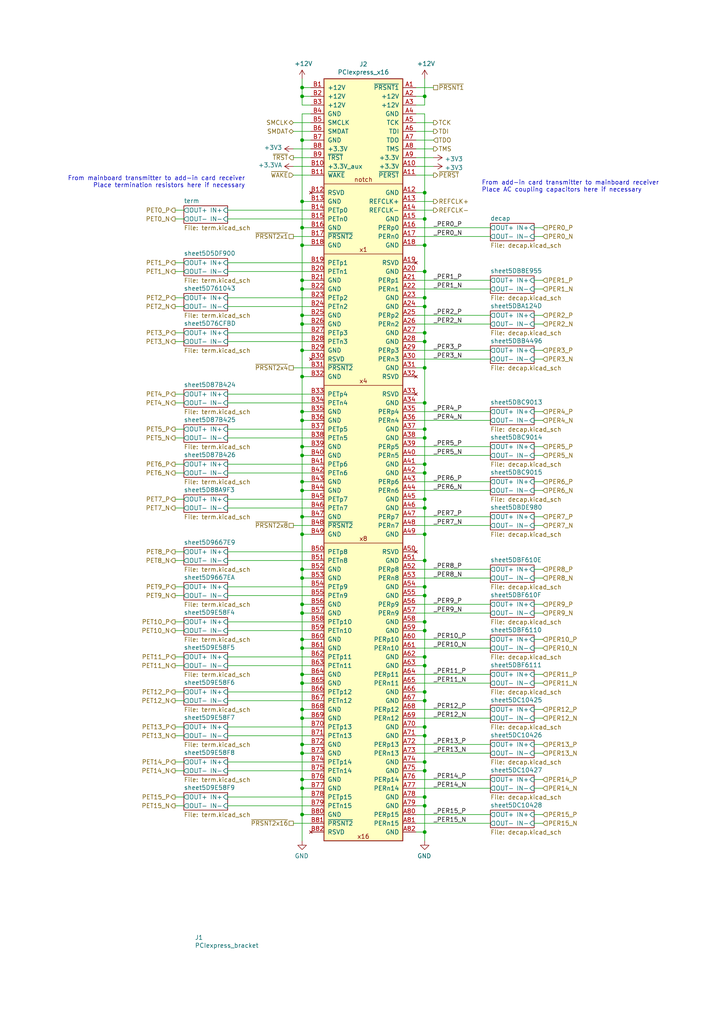
<source format=kicad_sch>
(kicad_sch (version 20211123) (generator eeschema)
  (paper "A4" portrait)
  (title_block (title "PCIexpress_x16_half") (company "Author: Luca Anastasio"))
  (lib_symbols
    (symbol "PCIexpress:PCIexpress_bracket" (pin_names (offset 1.016))
      (property "Reference" "J" (at 0 0 0))
      (property "Value" "PCIexpress_bracket" (at 0 0 0))
    )
    (symbol "PCIexpress:PCIexpress_x16" (pin_names (offset 1.016))
      (property "Reference" "J" (at 0 3.81 0))
      (property "Value" "PCIexpress_x16" (at 0 1.27 0))
      (symbol "PCIexpress_x16_0_0"
        (polyline (pts (xy 11.43 -134.62) (xy -11.43 -134.62)))
        (polyline (pts (xy 11.43 -88.9) (xy -11.43 -88.9)))
        (text "x16" (at 0 -219.71 0) (effects (font (size 1.27 1.27))))
        (text "x4" (at 0 -87.63 0) (effects (font (size 1.27 1.27))))
        (text "x8" (at 0 -133.35 0) (effects (font (size 1.27 1.27))))
      )
      (symbol "PCIexpress_x16_1_1"
        (polyline (pts (xy 11.43 -50.8) (xy -11.43 -50.8)))
        (polyline (pts (xy 11.43 -30.48) (xy -11.43 -30.48)))
        (rectangle (start 11.43 0) (end -11.43 -220.98) (stroke (width 0.254)) (fill (type background)))
        (text "notch" (at 0 -29.21 0) (effects (font (size 1.27 1.27))))
        (text "x1" (at 0 -49.53 0) (effects (font (size 1.27 1.27))))
        (pin passive line (at 15.24 -2.54 180) (length 3.81) (name "~{PRSNT1}") (number "A1"))
        (pin power_out line (at 15.24 -25.4 180) (length 3.81) (name "+3.3V") (number "A10"))
        (pin output line (at 15.24 -27.94 180) (length 3.81) (name "~{PERST}") (number "A11"))
        (pin power_out line (at 15.24 -33.02 180) (length 3.81) (name "GND") (number "A12"))
        (pin output line (at 15.24 -35.56 180) (length 3.81) (name "REFCLK+") (number "A13"))
        (pin output line (at 15.24 -38.1 180) (length 3.81) (name "REFCLK-") (number "A14"))
        (pin power_out line (at 15.24 -40.64 180) (length 3.81) (name "GND") (number "A15"))
        (pin input line (at 15.24 -43.18 180) (length 3.81) (name "PERp0") (number "A16"))
        (pin input line (at 15.24 -45.72 180) (length 3.81) (name "PERn0") (number "A17"))
        (pin power_out line (at 15.24 -48.26 180) (length 3.81) (name "GND") (number "A18"))
        (pin no_connect line (at 15.24 -53.34 180) (length 3.81) (name "RSVD") (number "A19"))
        (pin power_out line (at 15.24 -5.08 180) (length 3.81) (name "+12V") (number "A2"))
        (pin power_out line (at 15.24 -55.88 180) (length 3.81) (name "GND") (number "A20"))
        (pin input line (at 15.24 -58.42 180) (length 3.81) (name "PERp1") (number "A21"))
        (pin input line (at 15.24 -60.96 180) (length 3.81) (name "PERn1") (number "A22"))
        (pin power_out line (at 15.24 -63.5 180) (length 3.81) (name "GND") (number "A23"))
        (pin power_out line (at 15.24 -66.04 180) (length 3.81) (name "GND") (number "A24"))
        (pin input line (at 15.24 -68.58 180) (length 3.81) (name "PERp2") (number "A25"))
        (pin input line (at 15.24 -71.12 180) (length 3.81) (name "PERn2") (number "A26"))
        (pin power_out line (at 15.24 -73.66 180) (length 3.81) (name "GND") (number "A27"))
        (pin power_out line (at 15.24 -76.2 180) (length 3.81) (name "GND") (number "A28"))
        (pin input line (at 15.24 -78.74 180) (length 3.81) (name "PERp3") (number "A29"))
        (pin power_out line (at 15.24 -7.62 180) (length 3.81) (name "+12V") (number "A3"))
        (pin input line (at 15.24 -81.28 180) (length 3.81) (name "PERn3") (number "A30"))
        (pin power_out line (at 15.24 -83.82 180) (length 3.81) (name "GND") (number "A31"))
        (pin no_connect line (at 15.24 -86.36 180) (length 3.81) (name "RSVD") (number "A32"))
        (pin no_connect line (at 15.24 -91.44 180) (length 3.81) (name "RSVD") (number "A33"))
        (pin power_out line (at 15.24 -93.98 180) (length 3.81) (name "GND") (number "A34"))
        (pin input line (at 15.24 -96.52 180) (length 3.81) (name "PERp4") (number "A35"))
        (pin input line (at 15.24 -99.06 180) (length 3.81) (name "PERn4") (number "A36"))
        (pin power_out line (at 15.24 -101.6 180) (length 3.81) (name "GND") (number "A37"))
        (pin power_out line (at 15.24 -104.14 180) (length 3.81) (name "GND") (number "A38"))
        (pin input line (at 15.24 -106.68 180) (length 3.81) (name "PERp5") (number "A39"))
        (pin power_out line (at 15.24 -10.16 180) (length 3.81) (name "GND") (number "A4"))
        (pin input line (at 15.24 -109.22 180) (length 3.81) (name "PERn5") (number "A40"))
        (pin power_out line (at 15.24 -111.76 180) (length 3.81) (name "GND") (number "A41"))
        (pin power_out line (at 15.24 -114.3 180) (length 3.81) (name "GND") (number "A42"))
        (pin input line (at 15.24 -116.84 180) (length 3.81) (name "PERp6") (number "A43"))
        (pin input line (at 15.24 -119.38 180) (length 3.81) (name "PERn6") (number "A44"))
        (pin power_out line (at 15.24 -121.92 180) (length 3.81) (name "GND") (number "A45"))
        (pin power_out line (at 15.24 -124.46 180) (length 3.81) (name "GND") (number "A46"))
        (pin input line (at 15.24 -127 180) (length 3.81) (name "PERp7") (number "A47"))
        (pin input line (at 15.24 -129.54 180) (length 3.81) (name "PERn7") (number "A48"))
        (pin power_out line (at 15.24 -132.08 180) (length 3.81) (name "GND") (number "A49"))
        (pin output line (at 15.24 -12.7 180) (length 3.81) (name "TCK") (number "A5"))
        (pin no_connect line (at 15.24 -137.16 180) (length 3.81) (name "RSVD") (number "A50"))
        (pin power_out line (at 15.24 -139.7 180) (length 3.81) (name "GND") (number "A51"))
        (pin input line (at 15.24 -142.24 180) (length 3.81) (name "PERp8") (number "A52"))
        (pin input line (at 15.24 -144.78 180) (length 3.81) (name "PERn8") (number "A53"))
        (pin power_out line (at 15.24 -147.32 180) (length 3.81) (name "GND") (number "A54"))
        (pin power_out line (at 15.24 -149.86 180) (length 3.81) (name "GND") (number "A55"))
        (pin input line (at 15.24 -152.4 180) (length 3.81) (name "PERp9") (number "A56"))
        (pin input line (at 15.24 -154.94 180) (length 3.81) (name "PERn9") (number "A57"))
        (pin power_out line (at 15.24 -157.48 180) (length 3.81) (name "GND") (number "A58"))
        (pin power_out line (at 15.24 -160.02 180) (length 3.81) (name "GND") (number "A59"))
        (pin output line (at 15.24 -15.24 180) (length 3.81) (name "TDI") (number "A6"))
        (pin input line (at 15.24 -162.56 180) (length 3.81) (name "PERp10") (number "A60"))
        (pin input line (at 15.24 -165.1 180) (length 3.81) (name "PERn10") (number "A61"))
        (pin power_out line (at 15.24 -167.64 180) (length 3.81) (name "GND") (number "A62"))
        (pin power_out line (at 15.24 -170.18 180) (length 3.81) (name "GND") (number "A63"))
        (pin input line (at 15.24 -172.72 180) (length 3.81) (name "PERp11") (number "A64"))
        (pin input line (at 15.24 -175.26 180) (length 3.81) (name "PERn11") (number "A65"))
        (pin power_out line (at 15.24 -177.8 180) (length 3.81) (name "GND") (number "A66"))
        (pin power_out line (at 15.24 -180.34 180) (length 3.81) (name "GND") (number "A67"))
        (pin input line (at 15.24 -182.88 180) (length 3.81) (name "PERp12") (number "A68"))
        (pin input line (at 15.24 -185.42 180) (length 3.81) (name "PERn12") (number "A69"))
        (pin input line (at 15.24 -17.78 180) (length 3.81) (name "TDO") (number "A7"))
        (pin power_out line (at 15.24 -187.96 180) (length 3.81) (name "GND") (number "A70"))
        (pin power_out line (at 15.24 -190.5 180) (length 3.81) (name "GND") (number "A71"))
        (pin input line (at 15.24 -193.04 180) (length 3.81) (name "PERp13") (number "A72"))
        (pin input line (at 15.24 -195.58 180) (length 3.81) (name "PERn13") (number "A73"))
        (pin power_out line (at 15.24 -198.12 180) (length 3.81) (name "GND") (number "A74"))
        (pin power_out line (at 15.24 -200.66 180) (length 3.81) (name "GND") (number "A75"))
        (pin input line (at 15.24 -203.2 180) (length 3.81) (name "PERp14") (number "A76"))
        (pin input line (at 15.24 -205.74 180) (length 3.81) (name "PERn14") (number "A77"))
        (pin power_out line (at 15.24 -208.28 180) (length 3.81) (name "GND") (number "A78"))
        (pin power_out line (at 15.24 -210.82 180) (length 3.81) (name "GND") (number "A79"))
        (pin output line (at 15.24 -20.32 180) (length 3.81) (name "TMS") (number "A8"))
        (pin input line (at 15.24 -213.36 180) (length 3.81) (name "PERp15") (number "A80"))
        (pin input line (at 15.24 -215.9 180) (length 3.81) (name "PERn15") (number "A81"))
        (pin power_out line (at 15.24 -218.44 180) (length 3.81) (name "GND") (number "A82"))
        (pin power_out line (at 15.24 -22.86 180) (length 3.81) (name "+3.3V") (number "A9"))
        (pin power_out line (at -15.24 -2.54 0) (length 3.81) (name "+12V") (number "B1"))
        (pin power_out line (at -15.24 -25.4 0) (length 3.81) (name "+3.3V_aux") (number "B10"))
        (pin open_collector line (at -15.24 -27.94 0) (length 3.81) (name "~{WAKE}") (number "B11"))
        (pin no_connect line (at -15.24 -33.02 0) (length 3.81) (name "RSVD") (number "B12"))
        (pin power_out line (at -15.24 -35.56 0) (length 3.81) (name "GND") (number "B13"))
        (pin output line (at -15.24 -38.1 0) (length 3.81) (name "PETp0") (number "B14"))
        (pin output line (at -15.24 -40.64 0) (length 3.81) (name "PETn0") (number "B15"))
        (pin power_out line (at -15.24 -43.18 0) (length 3.81) (name "GND") (number "B16"))
        (pin passive line (at -15.24 -45.72 0) (length 3.81) (name "~{PRSNT2}") (number "B17"))
        (pin power_out line (at -15.24 -48.26 0) (length 3.81) (name "GND") (number "B18"))
        (pin output line (at -15.24 -53.34 0) (length 3.81) (name "PETp1") (number "B19"))
        (pin power_out line (at -15.24 -5.08 0) (length 3.81) (name "+12V") (number "B2"))
        (pin output line (at -15.24 -55.88 0) (length 3.81) (name "PETn1") (number "B20"))
        (pin power_out line (at -15.24 -58.42 0) (length 3.81) (name "GND") (number "B21"))
        (pin power_out line (at -15.24 -60.96 0) (length 3.81) (name "GND") (number "B22"))
        (pin output line (at -15.24 -63.5 0) (length 3.81) (name "PETp2") (number "B23"))
        (pin output line (at -15.24 -66.04 0) (length 3.81) (name "PETn2") (number "B24"))
        (pin power_out line (at -15.24 -68.58 0) (length 3.81) (name "GND") (number "B25"))
        (pin power_out line (at -15.24 -71.12 0) (length 3.81) (name "GND") (number "B26"))
        (pin output line (at -15.24 -73.66 0) (length 3.81) (name "PETp3") (number "B27"))
        (pin output line (at -15.24 -76.2 0) (length 3.81) (name "PETn3") (number "B28"))
        (pin power_out line (at -15.24 -78.74 0) (length 3.81) (name "GND") (number "B29"))
        (pin power_out line (at -15.24 -7.62 0) (length 3.81) (name "+12V") (number "B3"))
        (pin no_connect line (at -15.24 -81.28 0) (length 3.81) (name "RSVD") (number "B30"))
        (pin passive line (at -15.24 -83.82 0) (length 3.81) (name "~{PRSNT2}") (number "B31"))
        (pin power_out line (at -15.24 -86.36 0) (length 3.81) (name "GND") (number "B32"))
        (pin output line (at -15.24 -91.44 0) (length 3.81) (name "PETp4") (number "B33"))
        (pin output line (at -15.24 -93.98 0) (length 3.81) (name "PETn4") (number "B34"))
        (pin power_out line (at -15.24 -96.52 0) (length 3.81) (name "GND") (number "B35"))
        (pin power_out line (at -15.24 -99.06 0) (length 3.81) (name "GND") (number "B36"))
        (pin output line (at -15.24 -101.6 0) (length 3.81) (name "PETp5") (number "B37"))
        (pin output line (at -15.24 -104.14 0) (length 3.81) (name "PETn5") (number "B38"))
        (pin power_out line (at -15.24 -106.68 0) (length 3.81) (name "GND") (number "B39"))
        (pin power_out line (at -15.24 -10.16 0) (length 3.81) (name "GND") (number "B4"))
        (pin power_out line (at -15.24 -109.22 0) (length 3.81) (name "GND") (number "B40"))
        (pin output line (at -15.24 -111.76 0) (length 3.81) (name "PETp6") (number "B41"))
        (pin output line (at -15.24 -114.3 0) (length 3.81) (name "PETn6") (number "B42"))
        (pin power_out line (at -15.24 -116.84 0) (length 3.81) (name "GND") (number "B43"))
        (pin power_out line (at -15.24 -119.38 0) (length 3.81) (name "GND") (number "B44"))
        (pin output line (at -15.24 -121.92 0) (length 3.81) (name "PETp7") (number "B45"))
        (pin output line (at -15.24 -124.46 0) (length 3.81) (name "PETn7") (number "B46"))
        (pin power_out line (at -15.24 -127 0) (length 3.81) (name "GND") (number "B47"))
        (pin passive line (at -15.24 -129.54 0) (length 3.81) (name "~{PRSNT2}") (number "B48"))
        (pin power_out line (at -15.24 -132.08 0) (length 3.81) (name "GND") (number "B49"))
        (pin open_collector line (at -15.24 -12.7 0) (length 3.81) (name "SMCLK") (number "B5"))
        (pin output line (at -15.24 -137.16 0) (length 3.81) (name "PETp8") (number "B50"))
        (pin output line (at -15.24 -139.7 0) (length 3.81) (name "PETn8") (number "B51"))
        (pin power_out line (at -15.24 -142.24 0) (length 3.81) (name "GND") (number "B52"))
        (pin power_out line (at -15.24 -144.78 0) (length 3.81) (name "GND") (number "B53"))
        (pin output line (at -15.24 -147.32 0) (length 3.81) (name "PETp9") (number "B54"))
        (pin output line (at -15.24 -149.86 0) (length 3.81) (name "PETn9") (number "B55"))
        (pin power_out line (at -15.24 -152.4 0) (length 3.81) (name "GND") (number "B56"))
        (pin power_out line (at -15.24 -154.94 0) (length 3.81) (name "GND") (number "B57"))
        (pin output line (at -15.24 -157.48 0) (length 3.81) (name "PETp10") (number "B58"))
        (pin output line (at -15.24 -160.02 0) (length 3.81) (name "PETn10") (number "B59"))
        (pin open_collector line (at -15.24 -15.24 0) (length 3.81) (name "SMDAT") (number "B6"))
        (pin power_out line (at -15.24 -162.56 0) (length 3.81) (name "GND") (number "B60"))
        (pin power_out line (at -15.24 -165.1 0) (length 3.81) (name "GND") (number "B61"))
        (pin output line (at -15.24 -167.64 0) (length 3.81) (name "PETp11") (number "B62"))
        (pin output line (at -15.24 -170.18 0) (length 3.81) (name "PETn11") (number "B63"))
        (pin power_out line (at -15.24 -172.72 0) (length 3.81) (name "GND") (number "B64"))
        (pin power_out line (at -15.24 -175.26 0) (length 3.81) (name "GND") (number "B65"))
        (pin output line (at -15.24 -177.8 0) (length 3.81) (name "PETp12") (number "B66"))
        (pin output line (at -15.24 -180.34 0) (length 3.81) (name "PETn12") (number "B67"))
        (pin power_out line (at -15.24 -182.88 0) (length 3.81) (name "GND") (number "B68"))
        (pin power_out line (at -15.24 -185.42 0) (length 3.81) (name "GND") (number "B69"))
        (pin power_out line (at -15.24 -17.78 0) (length 3.81) (name "GND") (number "B7"))
        (pin output line (at -15.24 -187.96 0) (length 3.81) (name "PETp13") (number "B70"))
        (pin output line (at -15.24 -190.5 0) (length 3.81) (name "PETn13") (number "B71"))
        (pin power_out line (at -15.24 -193.04 0) (length 3.81) (name "GND") (number "B72"))
        (pin power_out line (at -15.24 -195.58 0) (length 3.81) (name "GND") (number "B73"))
        (pin output line (at -15.24 -198.12 0) (length 3.81) (name "PETp14") (number "B74"))
        (pin output line (at -15.24 -200.66 0) (length 3.81) (name "PETn14") (number "B75"))
        (pin power_out line (at -15.24 -203.2 0) (length 3.81) (name "GND") (number "B76"))
        (pin power_out line (at -15.24 -205.74 0) (length 3.81) (name "GND") (number "B77"))
        (pin output line (at -15.24 -208.28 0) (length 3.81) (name "PETp15") (number "B78"))
        (pin output line (at -15.24 -210.82 0) (length 3.81) (name "PETn15") (number "B79"))
        (pin power_out line (at -15.24 -20.32 0) (length 3.81) (name "+3.3V") (number "B8"))
        (pin power_out line (at -15.24 -213.36 0) (length 3.81) (name "GND") (number "B80"))
        (pin passive line (at -15.24 -215.9 0) (length 3.81) (name "~{PRSNT2}") (number "B81"))
        (pin no_connect line (at -15.24 -218.44 0) (length 3.81) (name "RSVD") (number "B82"))
        (pin output line (at -15.24 -22.86 0) (length 3.81) (name "~{TRST}") (number "B9"))
      )
    )
    (symbol "PCIexpress_x16_half-rescue:+3.3V-power" (power) (pin_names (offset 0))
      (property "Value" "+3.3V-power" (at 0 3.556 0))
      (symbol "+3.3V-power_0_1"
        (polyline (pts (xy -0.762 1.27) (xy 0 2.54)))
        (polyline (pts (xy 0 0) (xy 0 2.54)))
        (polyline (pts (xy 0 2.54) (xy 0.762 1.27)))
      )
      (symbol "+3.3V-power_1_1"
        (pin power_in line (at 0 0 90) (length 0) hide (name "+3V3") (number "1"))
      )
    )
    (symbol "power:+12V" (power) (pin_names (offset 0))
      (property "Value" "+12V" (at 0 3.556 0))
      (symbol "+12V_0_1"
        (polyline (pts (xy -0.762 1.27) (xy 0 2.54)))
        (polyline (pts (xy 0 0) (xy 0 2.54)))
        (polyline (pts (xy 0 2.54) (xy 0.762 1.27)))
      )
      (symbol "+12V_1_1"
        (pin power_in line (at 0 0 90) (length 0) hide (name "+12V") (number "1"))
      )
    )
    (symbol "power:+3.3VA" (power) (pin_names (offset 0))
      (property "Value" "+3.3VA" (at 0 3.556 0))
      (symbol "+3.3VA_0_1"
        (polyline (pts (xy -0.762 1.27) (xy 0 2.54)))
        (polyline (pts (xy 0 0) (xy 0 2.54)))
        (polyline (pts (xy 0 2.54) (xy 0.762 1.27)))
      )
      (symbol "+3.3VA_1_1"
        (pin power_in line (at 0 0 90) (length 0) hide (name "+3.3VA") (number "1"))
      )
    )
    (symbol "power:GND" (power) (pin_names (offset 0))
      (property "Value" "GND" (at 0 -3.81 0))
      (symbol "GND_0_1"
        (polyline (pts (xy 0 0) (xy 0 -1.27) (xy 1.27 -1.27) (xy 0 -2.54) (xy -1.27 -1.27) (xy 0 -1.27)))
      )
      (symbol "GND_1_1"
        (pin power_in line (at 0 0 270) (length 0) hide (name "GND") (number "1"))
      )
    )
  )
  (junction (at 87.63 93.98))
  (junction (at 87.63 66.04))
  (junction (at 87.63 215.9))
  (junction (at 123.19 193.04))
  (junction (at 87.63 226.06))
  (junction (at 87.63 208.28))
  (junction (at 87.63 165.1))
  (junction (at 87.63 101.6))
  (junction (at 87.63 154.94))
  (junction (at 87.63 167.64))
  (junction (at 87.63 139.7))
  (junction (at 87.63 109.22))
  (junction (at 123.19 86.36))
  (junction (at 123.19 231.14))
  (junction (at 123.19 78.74))
  (junction (at 123.19 27.94))
  (junction (at 123.19 233.68))
  (junction (at 87.63 205.74))
  (junction (at 87.63 195.58))
  (junction (at 87.63 149.86))
  (junction (at 123.19 99.06))
  (junction (at 123.19 55.88))
  (junction (at 123.19 134.62))
  (junction (at 123.19 88.9))
  (junction (at 87.63 27.94))
  (junction (at 123.19 180.34))
  (junction (at 123.19 116.84))
  (junction (at 123.19 127))
  (junction (at 123.19 106.68))
  (junction (at 87.63 83.82))
  (junction (at 123.19 190.5))
  (junction (at 123.19 200.66))
  (junction (at 87.63 132.08))
  (junction (at 87.63 218.44))
  (junction (at 87.63 185.42))
  (junction (at 87.63 121.92))
  (junction (at 123.19 154.94))
  (junction (at 87.63 177.8))
  (junction (at 87.63 142.24))
  (junction (at 123.19 182.88))
  (junction (at 123.19 71.12))
  (junction (at 123.19 137.16))
  (junction (at 123.19 147.32))
  (junction (at 87.63 129.54))
  (junction (at 87.63 119.38))
  (junction (at 123.19 220.98))
  (junction (at 87.63 91.44))
  (junction (at 87.63 198.12))
  (junction (at 87.63 58.42))
  (junction (at 123.19 223.52))
  (junction (at 123.19 210.82))
  (junction (at 87.63 40.64))
  (junction (at 123.19 162.56))
  (junction (at 87.63 81.28))
  (junction (at 123.19 241.3))
  (junction (at 87.63 236.22))
  (junction (at 123.19 172.72))
  (junction (at 87.63 175.26))
  (junction (at 123.19 124.46))
  (junction (at 87.63 71.12))
  (junction (at 123.19 63.5))
  (junction (at 123.19 213.36))
  (junction (at 123.19 96.52))
  (junction (at 87.63 25.4))
  (junction (at 123.19 170.18))
  (junction (at 123.19 144.78))
  (junction (at 123.19 203.2))
  (junction (at 87.63 228.6))
  (junction (at 87.63 187.96))
  (wire (pts (xy 120.65 218.44) (xy 142.24 218.44)))
  (wire (pts (xy 50.8 99.06) (xy 53.34 99.06)))
  (wire (pts (xy 66.04 114.3) (xy 90.17 114.3)))
  (wire (pts (xy 120.65 35.56) (xy 125.73 35.56)))
  (wire (pts (xy 123.19 55.88) (xy 123.19 63.5)))
  (wire (pts (xy 120.65 228.6) (xy 142.24 228.6)))
  (wire (pts (xy 90.17 101.6) (xy 87.63 101.6)))
  (wire (pts (xy 154.94 177.8) (xy 157.48 177.8)))
  (wire (pts (xy 66.04 220.98) (xy 90.17 220.98)))
  (wire (pts (xy 66.04 60.96) (xy 90.17 60.96)))
  (wire (pts (xy 66.04 78.74) (xy 90.17 78.74)))
  (wire (pts (xy 123.19 182.88) (xy 123.19 190.5)))
  (wire (pts (xy 120.65 132.08) (xy 142.24 132.08)))
  (wire (pts (xy 120.65 71.12) (xy 123.19 71.12)))
  (wire (pts (xy 90.17 30.48) (xy 87.63 30.48)))
  (wire (pts (xy 120.65 182.88) (xy 123.19 182.88)))
  (wire (pts (xy 120.65 96.52) (xy 123.19 96.52)))
  (wire (pts (xy 90.17 226.06) (xy 87.63 226.06)))
  (wire (pts (xy 90.17 167.64) (xy 87.63 167.64)))
  (wire (pts (xy 123.19 180.34) (xy 120.65 180.34)))
  (wire (pts (xy 90.17 109.22) (xy 87.63 109.22)))
  (wire (pts (xy 66.04 88.9) (xy 90.17 88.9)))
  (wire (pts (xy 90.17 83.82) (xy 87.63 83.82)))
  (wire (pts (xy 120.65 119.38) (xy 142.24 119.38)))
  (wire (pts (xy 90.17 68.58) (xy 85.09 68.58)))
  (wire (pts (xy 120.65 45.72) (xy 125.73 45.72)))
  (wire (pts (xy 120.65 226.06) (xy 142.24 226.06)))
  (wire (pts (xy 120.65 93.98) (xy 142.24 93.98)))
  (wire (pts (xy 90.17 129.54) (xy 87.63 129.54)))
  (wire (pts (xy 90.17 154.94) (xy 87.63 154.94)))
  (wire (pts (xy 120.65 38.1) (xy 125.73 38.1)))
  (wire (pts (xy 154.94 198.12) (xy 157.48 198.12)))
  (wire (pts (xy 120.65 58.42) (xy 125.73 58.42)))
  (wire (pts (xy 154.94 91.44) (xy 157.48 91.44)))
  (wire (pts (xy 120.65 104.14) (xy 142.24 104.14)))
  (wire (pts (xy 66.04 182.88) (xy 90.17 182.88)))
  (wire (pts (xy 120.65 167.64) (xy 142.24 167.64)))
  (wire (pts (xy 50.8 134.62) (xy 53.34 134.62)))
  (wire (pts (xy 154.94 167.64) (xy 157.48 167.64)))
  (wire (pts (xy 154.94 205.74) (xy 157.48 205.74)))
  (wire (pts (xy 123.19 96.52) (xy 123.19 99.06)))
  (wire (pts (xy 87.63 187.96) (xy 87.63 185.42)))
  (wire (pts (xy 87.63 40.64) (xy 87.63 33.02)))
  (wire (pts (xy 85.09 35.56) (xy 90.17 35.56)))
  (wire (pts (xy 154.94 68.58) (xy 157.48 68.58)))
  (wire (pts (xy 90.17 195.58) (xy 87.63 195.58)))
  (wire (pts (xy 87.63 119.38) (xy 87.63 109.22)))
  (wire (pts (xy 123.19 180.34) (xy 123.19 182.88)))
  (wire (pts (xy 66.04 162.56) (xy 90.17 162.56)))
  (wire (pts (xy 120.65 142.24) (xy 142.24 142.24)))
  (wire (pts (xy 154.94 187.96) (xy 157.48 187.96)))
  (wire (pts (xy 120.65 152.4) (xy 142.24 152.4)))
  (wire (pts (xy 123.19 22.86) (xy 123.19 27.94)))
  (wire (pts (xy 120.65 86.36) (xy 123.19 86.36)))
  (wire (pts (xy 90.17 142.24) (xy 87.63 142.24)))
  (wire (pts (xy 50.8 180.34) (xy 53.34 180.34)))
  (wire (pts (xy 66.04 99.06) (xy 90.17 99.06)))
  (wire (pts (xy 123.19 106.68) (xy 123.19 116.84)))
  (wire (pts (xy 123.19 223.52) (xy 123.19 231.14)))
  (wire (pts (xy 123.19 116.84) (xy 123.19 124.46)))
  (wire (pts (xy 50.8 200.66) (xy 53.34 200.66)))
  (wire (pts (xy 90.17 58.42) (xy 87.63 58.42)))
  (wire (pts (xy 123.19 144.78) (xy 123.19 147.32)))
  (wire (pts (xy 87.63 121.92) (xy 87.63 119.38)))
  (wire (pts (xy 90.17 71.12) (xy 87.63 71.12)))
  (wire (pts (xy 87.63 132.08) (xy 87.63 129.54)))
  (wire (pts (xy 154.94 228.6) (xy 157.48 228.6)))
  (wire (pts (xy 120.65 63.5) (xy 123.19 63.5)))
  (wire (pts (xy 120.65 116.84) (xy 123.19 116.84)))
  (wire (pts (xy 154.94 132.08) (xy 157.48 132.08)))
  (wire (pts (xy 120.65 66.04) (xy 142.24 66.04)))
  (wire (pts (xy 50.8 60.96) (xy 53.34 60.96)))
  (wire (pts (xy 87.63 101.6) (xy 87.63 93.98)))
  (wire (pts (xy 90.17 25.4) (xy 87.63 25.4)))
  (wire (pts (xy 66.04 180.34) (xy 90.17 180.34)))
  (wire (pts (xy 120.65 190.5) (xy 123.19 190.5)))
  (wire (pts (xy 50.8 137.16) (xy 53.34 137.16)))
  (wire (pts (xy 120.65 88.9) (xy 123.19 88.9)))
  (wire (pts (xy 50.8 114.3) (xy 53.34 114.3)))
  (wire (pts (xy 66.04 147.32) (xy 90.17 147.32)))
  (wire (pts (xy 66.04 127) (xy 90.17 127)))
  (wire (pts (xy 154.94 104.14) (xy 157.48 104.14)))
  (wire (pts (xy 120.65 149.86) (xy 142.24 149.86)))
  (wire (pts (xy 87.63 149.86) (xy 87.63 142.24)))
  (wire (pts (xy 50.8 210.82) (xy 53.34 210.82)))
  (wire (pts (xy 123.19 78.74) (xy 123.19 86.36)))
  (wire (pts (xy 50.8 162.56) (xy 53.34 162.56)))
  (wire (pts (xy 50.8 231.14) (xy 53.34 231.14)))
  (wire (pts (xy 87.63 208.28) (xy 87.63 205.74)))
  (wire (pts (xy 85.09 50.8) (xy 90.17 50.8)))
  (wire (pts (xy 154.94 165.1) (xy 157.48 165.1)))
  (wire (pts (xy 66.04 144.78) (xy 90.17 144.78)))
  (wire (pts (xy 120.65 139.7) (xy 142.24 139.7)))
  (wire (pts (xy 87.63 58.42) (xy 87.63 40.64)))
  (wire (pts (xy 66.04 170.18) (xy 90.17 170.18)))
  (wire (pts (xy 50.8 220.98) (xy 53.34 220.98)))
  (wire (pts (xy 123.19 88.9) (xy 123.19 96.52)))
  (wire (pts (xy 123.19 200.66) (xy 123.19 203.2)))
  (wire (pts (xy 120.65 241.3) (xy 123.19 241.3)))
  (wire (pts (xy 120.65 213.36) (xy 123.19 213.36)))
  (wire (pts (xy 123.19 99.06) (xy 123.19 106.68)))
  (wire (pts (xy 154.94 142.24) (xy 157.48 142.24)))
  (wire (pts (xy 120.65 172.72) (xy 123.19 172.72)))
  (wire (pts (xy 123.19 203.2) (xy 123.19 210.82)))
  (wire (pts (xy 50.8 233.68) (xy 53.34 233.68)))
  (wire (pts (xy 120.65 185.42) (xy 142.24 185.42)))
  (wire (pts (xy 123.19 170.18) (xy 123.19 172.72)))
  (wire (pts (xy 123.19 86.36) (xy 123.19 88.9)))
  (wire (pts (xy 50.8 86.36) (xy 53.34 86.36)))
  (wire (pts (xy 90.17 215.9) (xy 87.63 215.9)))
  (wire (pts (xy 120.65 101.6) (xy 142.24 101.6)))
  (wire (pts (xy 123.19 71.12) (xy 123.19 78.74)))
  (wire (pts (xy 66.04 203.2) (xy 90.17 203.2)))
  (wire (pts (xy 90.17 132.08) (xy 87.63 132.08)))
  (wire (pts (xy 50.8 213.36) (xy 53.34 213.36)))
  (wire (pts (xy 120.65 205.74) (xy 142.24 205.74)))
  (wire (pts (xy 120.65 147.32) (xy 123.19 147.32)))
  (wire (pts (xy 123.19 63.5) (xy 123.19 71.12)))
  (wire (pts (xy 154.94 152.4) (xy 157.48 152.4)))
  (wire (pts (xy 123.19 213.36) (xy 123.19 220.98)))
  (wire (pts (xy 90.17 228.6) (xy 87.63 228.6)))
  (wire (pts (xy 85.09 43.18) (xy 90.17 43.18)))
  (wire (pts (xy 87.63 81.28) (xy 87.63 71.12)))
  (wire (pts (xy 50.8 116.84) (xy 53.34 116.84)))
  (wire (pts (xy 123.19 190.5) (xy 123.19 193.04)))
  (wire (pts (xy 90.17 139.7) (xy 87.63 139.7)))
  (wire (pts (xy 66.04 134.62) (xy 90.17 134.62)))
  (wire (pts (xy 120.65 40.64) (xy 125.73 40.64)))
  (wire (pts (xy 154.94 226.06) (xy 157.48 226.06)))
  (wire (pts (xy 120.65 203.2) (xy 123.19 203.2)))
  (wire (pts (xy 87.63 139.7) (xy 87.63 132.08)))
  (wire (pts (xy 120.65 233.68) (xy 123.19 233.68)))
  (wire (pts (xy 87.63 198.12) (xy 87.63 195.58)))
  (wire (pts (xy 120.65 170.18) (xy 123.19 170.18)))
  (wire (pts (xy 90.17 66.04) (xy 87.63 66.04)))
  (wire (pts (xy 154.94 195.58) (xy 157.48 195.58)))
  (wire (pts (xy 120.65 81.28) (xy 142.24 81.28)))
  (wire (pts (xy 66.04 231.14) (xy 90.17 231.14)))
  (wire (pts (xy 50.8 127) (xy 53.34 127)))
  (wire (pts (xy 90.17 149.86) (xy 87.63 149.86)))
  (wire (pts (xy 90.17 205.74) (xy 87.63 205.74)))
  (wire (pts (xy 154.94 81.28) (xy 157.48 81.28)))
  (wire (pts (xy 66.04 172.72) (xy 90.17 172.72)))
  (wire (pts (xy 85.09 48.26) (xy 90.17 48.26)))
  (wire (pts (xy 85.09 152.4) (xy 90.17 152.4)))
  (wire (pts (xy 154.94 139.7) (xy 157.48 139.7)))
  (wire (pts (xy 85.09 38.1) (xy 90.17 38.1)))
  (wire (pts (xy 50.8 144.78) (xy 53.34 144.78)))
  (wire (pts (xy 50.8 172.72) (xy 53.34 172.72)))
  (wire (pts (xy 154.94 121.92) (xy 157.48 121.92)))
  (wire (pts (xy 120.65 43.18) (xy 125.73 43.18)))
  (wire (pts (xy 90.17 185.42) (xy 87.63 185.42)))
  (wire (pts (xy 154.94 149.86) (xy 157.48 149.86)))
  (wire (pts (xy 87.63 142.24) (xy 87.63 139.7)))
  (wire (pts (xy 87.63 218.44) (xy 87.63 215.9)))
  (wire (pts (xy 120.65 83.82) (xy 142.24 83.82)))
  (wire (pts (xy 85.09 45.72) (xy 90.17 45.72)))
  (wire (pts (xy 123.19 137.16) (xy 123.19 144.78)))
  (wire (pts (xy 154.94 236.22) (xy 157.48 236.22)))
  (wire (pts (xy 123.19 220.98) (xy 123.19 223.52)))
  (wire (pts (xy 120.65 134.62) (xy 123.19 134.62)))
  (wire (pts (xy 90.17 198.12) (xy 87.63 198.12)))
  (wire (pts (xy 50.8 63.5) (xy 53.34 63.5)))
  (wire (pts (xy 87.63 91.44) (xy 87.63 83.82)))
  (wire (pts (xy 123.19 30.48) (xy 123.19 27.94)))
  (wire (pts (xy 66.04 190.5) (xy 90.17 190.5)))
  (wire (pts (xy 87.63 154.94) (xy 87.63 149.86)))
  (wire (pts (xy 87.63 177.8) (xy 87.63 175.26)))
  (wire (pts (xy 90.17 91.44) (xy 87.63 91.44)))
  (wire (pts (xy 66.04 76.2) (xy 90.17 76.2)))
  (wire (pts (xy 123.19 154.94) (xy 123.19 162.56)))
  (wire (pts (xy 120.65 144.78) (xy 123.19 144.78)))
  (wire (pts (xy 154.94 238.76) (xy 157.48 238.76)))
  (wire (pts (xy 154.94 119.38) (xy 157.48 119.38)))
  (wire (pts (xy 123.19 233.68) (xy 123.19 241.3)))
  (wire (pts (xy 66.04 137.16) (xy 90.17 137.16)))
  (wire (pts (xy 120.65 91.44) (xy 142.24 91.44)))
  (wire (pts (xy 85.09 106.68) (xy 90.17 106.68)))
  (wire (pts (xy 50.8 78.74) (xy 53.34 78.74)))
  (wire (pts (xy 87.63 226.06) (xy 87.63 218.44)))
  (wire (pts (xy 120.65 137.16) (xy 123.19 137.16)))
  (wire (pts (xy 123.19 241.3) (xy 123.19 243.84)))
  (wire (pts (xy 66.04 213.36) (xy 90.17 213.36)))
  (wire (pts (xy 87.63 236.22) (xy 87.63 228.6)))
  (wire (pts (xy 90.17 236.22) (xy 87.63 236.22)))
  (wire (pts (xy 123.19 27.94) (xy 120.65 27.94)))
  (wire (pts (xy 87.63 109.22) (xy 87.63 101.6)))
  (wire (pts (xy 87.63 129.54) (xy 87.63 121.92)))
  (wire (pts (xy 90.17 177.8) (xy 87.63 177.8)))
  (wire (pts (xy 123.19 124.46) (xy 123.19 127)))
  (wire (pts (xy 120.65 236.22) (xy 142.24 236.22)))
  (wire (pts (xy 123.19 172.72) (xy 123.19 180.34)))
  (wire (pts (xy 50.8 193.04) (xy 53.34 193.04)))
  (wire (pts (xy 154.94 218.44) (xy 157.48 218.44)))
  (wire (pts (xy 120.65 231.14) (xy 123.19 231.14)))
  (wire (pts (xy 120.65 121.92) (xy 142.24 121.92)))
  (wire (pts (xy 66.04 193.04) (xy 90.17 193.04)))
  (wire (pts (xy 50.8 88.9) (xy 53.34 88.9)))
  (wire (pts (xy 87.63 215.9) (xy 87.63 208.28)))
  (wire (pts (xy 87.63 30.48) (xy 87.63 27.94)))
  (wire (pts (xy 120.65 223.52) (xy 123.19 223.52)))
  (wire (pts (xy 120.65 25.4) (xy 125.73 25.4)))
  (wire (pts (xy 87.63 93.98) (xy 87.63 91.44)))
  (wire (pts (xy 90.17 119.38) (xy 87.63 119.38)))
  (wire (pts (xy 87.63 185.42) (xy 87.63 177.8)))
  (wire (pts (xy 123.19 162.56) (xy 123.19 170.18)))
  (wire (pts (xy 120.65 106.68) (xy 123.19 106.68)))
  (wire (pts (xy 87.63 27.94) (xy 90.17 27.94)))
  (wire (pts (xy 123.19 33.02) (xy 123.19 55.88)))
  (wire (pts (xy 66.04 116.84) (xy 90.17 116.84)))
  (wire (pts (xy 87.63 228.6) (xy 87.63 226.06)))
  (wire (pts (xy 154.94 208.28) (xy 157.48 208.28)))
  (wire (pts (xy 87.63 167.64) (xy 87.63 165.1)))
  (wire (pts (xy 120.65 124.46) (xy 123.19 124.46)))
  (wire (pts (xy 87.63 243.84) (xy 87.63 236.22)))
  (wire (pts (xy 90.17 208.28) (xy 87.63 208.28)))
  (wire (pts (xy 120.65 78.74) (xy 123.19 78.74)))
  (wire (pts (xy 120.65 208.28) (xy 142.24 208.28)))
  (wire (pts (xy 154.94 93.98) (xy 157.48 93.98)))
  (wire (pts (xy 120.65 215.9) (xy 142.24 215.9)))
  (wire (pts (xy 120.65 162.56) (xy 123.19 162.56)))
  (wire (pts (xy 66.04 200.66) (xy 90.17 200.66)))
  (wire (pts (xy 90.17 175.26) (xy 87.63 175.26)))
  (wire (pts (xy 123.19 134.62) (xy 123.19 137.16)))
  (wire (pts (xy 120.65 187.96) (xy 142.24 187.96)))
  (wire (pts (xy 123.19 210.82) (xy 123.19 213.36)))
  (wire (pts (xy 120.65 193.04) (xy 123.19 193.04)))
  (wire (pts (xy 66.04 86.36) (xy 90.17 86.36)))
  (wire (pts (xy 66.04 63.5) (xy 90.17 63.5)))
  (wire (pts (xy 50.8 124.46) (xy 53.34 124.46)))
  (wire (pts (xy 120.65 175.26) (xy 142.24 175.26)))
  (wire (pts (xy 50.8 190.5) (xy 53.34 190.5)))
  (wire (pts (xy 87.63 27.94) (xy 87.63 25.4)))
  (wire (pts (xy 87.63 205.74) (xy 87.63 198.12)))
  (wire (pts (xy 66.04 160.02) (xy 90.17 160.02)))
  (wire (pts (xy 120.65 60.96) (xy 125.73 60.96)))
  (wire (pts (xy 66.04 210.82) (xy 90.17 210.82)))
  (wire (pts (xy 120.65 30.48) (xy 123.19 30.48)))
  (wire (pts (xy 120.65 195.58) (xy 142.24 195.58)))
  (wire (pts (xy 154.94 66.04) (xy 157.48 66.04)))
  (wire (pts (xy 123.19 33.02) (xy 120.65 33.02)))
  (wire (pts (xy 85.09 238.76) (xy 90.17 238.76)))
  (wire (pts (xy 50.8 223.52) (xy 53.34 223.52)))
  (wire (pts (xy 120.65 238.76) (xy 142.24 238.76)))
  (wire (pts (xy 120.65 198.12) (xy 142.24 198.12)))
  (wire (pts (xy 90.17 81.28) (xy 87.63 81.28)))
  (wire (pts (xy 120.65 48.26) (xy 125.73 48.26)))
  (wire (pts (xy 154.94 175.26) (xy 157.48 175.26)))
  (wire (pts (xy 154.94 129.54) (xy 157.48 129.54)))
  (wire (pts (xy 90.17 218.44) (xy 87.63 218.44)))
  (wire (pts (xy 50.8 147.32) (xy 53.34 147.32)))
  (wire (pts (xy 120.65 68.58) (xy 142.24 68.58)))
  (wire (pts (xy 87.63 33.02) (xy 90.17 33.02)))
  (wire (pts (xy 120.65 99.06) (xy 123.19 99.06)))
  (wire (pts (xy 123.19 193.04) (xy 123.19 200.66)))
  (wire (pts (xy 154.94 83.82) (xy 157.48 83.82)))
  (wire (pts (xy 50.8 170.18) (xy 53.34 170.18)))
  (wire (pts (xy 120.65 129.54) (xy 142.24 129.54)))
  (wire (pts (xy 87.63 165.1) (xy 87.63 154.94)))
  (wire (pts (xy 87.63 71.12) (xy 87.63 66.04)))
  (wire (pts (xy 123.19 220.98) (xy 120.65 220.98)))
  (wire (pts (xy 50.8 96.52) (xy 53.34 96.52)))
  (wire (pts (xy 120.65 165.1) (xy 142.24 165.1)))
  (wire (pts (xy 154.94 185.42) (xy 157.48 185.42)))
  (wire (pts (xy 120.65 210.82) (xy 123.19 210.82)))
  (wire (pts (xy 87.63 195.58) (xy 87.63 187.96)))
  (wire (pts (xy 90.17 40.64) (xy 87.63 40.64)))
  (wire (pts (xy 90.17 93.98) (xy 87.63 93.98)))
  (wire (pts (xy 120.65 200.66) (xy 123.19 200.66)))
  (wire (pts (xy 120.65 55.88) (xy 123.19 55.88)))
  (wire (pts (xy 87.63 83.82) (xy 87.63 81.28)))
  (wire (pts (xy 90.17 121.92) (xy 87.63 121.92)))
  (wire (pts (xy 154.94 101.6) (xy 157.48 101.6)))
  (wire (pts (xy 154.94 215.9) (xy 157.48 215.9)))
  (wire (pts (xy 87.63 25.4) (xy 87.63 22.86)))
  (wire (pts (xy 50.8 160.02) (xy 53.34 160.02)))
  (wire (pts (xy 66.04 96.52) (xy 90.17 96.52)))
  (wire (pts (xy 120.65 177.8) (xy 142.24 177.8)))
  (wire (pts (xy 66.04 223.52) (xy 90.17 223.52)))
  (wire (pts (xy 90.17 165.1) (xy 87.63 165.1)))
  (wire (pts (xy 123.19 147.32) (xy 123.19 154.94)))
  (wire (pts (xy 66.04 233.68) (xy 90.17 233.68)))
  (wire (pts (xy 123.19 127) (xy 123.19 134.62)))
  (wire (pts (xy 87.63 175.26) (xy 87.63 167.64)))
  (wire (pts (xy 120.65 127) (xy 123.19 127)))
  (wire (pts (xy 50.8 203.2) (xy 53.34 203.2)))
  (wire (pts (xy 66.04 124.46) (xy 90.17 124.46)))
  (wire (pts (xy 87.63 66.04) (xy 87.63 58.42)))
  (wire (pts (xy 90.17 187.96) (xy 87.63 187.96)))
  (wire (pts (xy 123.19 231.14) (xy 123.19 233.68)))
  (wire (pts (xy 120.65 154.94) (xy 123.19 154.94)))
  (wire (pts (xy 50.8 182.88) (xy 53.34 182.88)))
  (wire (pts (xy 50.8 76.2) (xy 53.34 76.2)))
  (wire (pts (xy 120.65 50.8) (xy 125.73 50.8)))
  (text "From add-in card transmitter to mainboard receiver\nPlace AC coupling capacitors here if necessary" (at 139.7 55.88 0) (effects (font (size 1.27 1.27)) (justify left bottom)))
  (text "From mainboard transmitter to add-in card receiver\nPlace termination resistors here if necessary" (at 71.12 54.61 180) (effects (font (size 1.27 1.27)) (justify right bottom)))
  (label "_PER5_N" (at 125.73 132.08 0))
  (label "_PER15_P" (at 125.73 236.22 0))
  (label "_PER3_N" (at 125.73 104.14 0))
  (label "_PER10_P" (at 125.73 185.42 0))
  (label "_PER1_P" (at 125.73 81.28 0))
  (label "_PER13_P" (at 125.73 215.9 0))
  (label "_PER2_N" (at 125.73 93.98 0))
  (label "_PER0_N" (at 125.73 68.58 0))
  (label "_PER6_N" (at 125.73 142.24 0))
  (label "_PER2_P" (at 125.73 91.44 0))
  (label "_PER9_N" (at 125.73 177.8 0))
  (label "_PER1_N" (at 125.73 83.82 0))
  (label "_PER11_P" (at 125.73 195.58 0))
  (label "_PER9_P" (at 125.73 175.26 0))
  (label "_PER15_N" (at 125.73 238.76 0))
  (label "_PER8_N" (at 125.73 167.64 0))
  (label "_PER6_P" (at 125.73 139.7 0))
  (label "_PER3_P" (at 125.73 101.6 0))
  (label "_PER8_P" (at 125.73 165.1 0))
  (label "_PER12_N" (at 125.73 208.28 0))
  (label "_PER4_P" (at 125.73 119.38 0))
  (label "_PER13_N" (at 125.73 218.44 0))
  (label "_PER7_N" (at 125.73 152.4 0))
  (label "_PER11_N" (at 125.73 198.12 0))
  (label "_PER12_P" (at 125.73 205.74 0))
  (label "_PER5_P" (at 125.73 129.54 0))
  (label "_PER14_P" (at 125.73 226.06 0))
  (label "_PER14_N" (at 125.73 228.6 0))
  (label "_PER10_N" (at 125.73 187.96 0))
  (label "_PER4_N" (at 125.73 121.92 0))
  (label "_PER7_P" (at 125.73 149.86 0))
  (label "_PER0_P" (at 125.73 66.04 0))
  (hierarchical_label "PER7_P" (shape input) (at 157.48 149.86 0))
  (hierarchical_label "PET9_N" (shape output) (at 50.8 172.72 180))
  (hierarchical_label "PER15_N" (shape input) (at 157.48 238.76 0))
  (hierarchical_label "PET0_N" (shape output) (at 50.8 63.5 180))
  (hierarchical_label "TMS" (shape output) (at 125.73 43.18 0))
  (hierarchical_label "PET3_N" (shape output) (at 50.8 99.06 180))
  (hierarchical_label "PER0_P" (shape input) (at 157.48 66.04 0))
  (hierarchical_label "PER4_N" (shape input) (at 157.48 121.92 0))
  (hierarchical_label "REFCLK+" (shape output) (at 125.73 58.42 0))
  (hierarchical_label "PET3_P" (shape output) (at 50.8 96.52 180))
  (hierarchical_label "PER12_N" (shape input) (at 157.48 208.28 0))
  (hierarchical_label "PET6_N" (shape output) (at 50.8 137.16 180))
  (hierarchical_label "~{PERST}" (shape output) (at 125.73 50.8 0))
  (hierarchical_label "PER2_P" (shape input) (at 157.48 91.44 0))
  (hierarchical_label "PER8_P" (shape input) (at 157.48 165.1 0))
  (hierarchical_label "PET4_N" (shape output) (at 50.8 116.84 180))
  (hierarchical_label "PER15_P" (shape input) (at 157.48 236.22 0))
  (hierarchical_label "PET5_N" (shape output) (at 50.8 127 180))
  (hierarchical_label "PET2_P" (shape output) (at 50.8 86.36 180))
  (hierarchical_label "~{TRST}" (shape output) (at 85.09 45.72 180))
  (hierarchical_label "~{PRSNT1}" (shape passive) (at 125.73 25.4 0))
  (hierarchical_label "PET7_N" (shape output) (at 50.8 147.32 180))
  (hierarchical_label "PER13_P" (shape input) (at 157.48 215.9 0))
  (hierarchical_label "PET4_P" (shape output) (at 50.8 114.3 180))
  (hierarchical_label "PET15_N" (shape output) (at 50.8 233.68 180))
  (hierarchical_label "PET7_P" (shape output) (at 50.8 144.78 180))
  (hierarchical_label "PET8_P" (shape output) (at 50.8 160.02 180))
  (hierarchical_label "PET1_N" (shape output) (at 50.8 78.74 180))
  (hierarchical_label "~{PRSNT2x8}" (shape passive) (at 85.09 152.4 180))
  (hierarchical_label "PET9_P" (shape output) (at 50.8 170.18 180))
  (hierarchical_label "PER10_P" (shape input) (at 157.48 185.42 0))
  (hierarchical_label "SMCLK" (shape bidirectional) (at 85.09 35.56 180))
  (hierarchical_label "SMDAT" (shape bidirectional) (at 85.09 38.1 180))
  (hierarchical_label "PET1_P" (shape output) (at 50.8 76.2 180))
  (hierarchical_label "PET15_P" (shape output) (at 50.8 231.14 180))
  (hierarchical_label "PET10_N" (shape output) (at 50.8 182.88 180))
  (hierarchical_label "TDI" (shape output) (at 125.73 38.1 0))
  (hierarchical_label "PER5_P" (shape input) (at 157.48 129.54 0))
  (hierarchical_label "~{PRSNT2x4}" (shape passive) (at 85.09 106.68 180))
  (hierarchical_label "PER14_P" (shape input) (at 157.48 226.06 0))
  (hierarchical_label "PER12_P" (shape input) (at 157.48 205.74 0))
  (hierarchical_label "PER7_N" (shape input) (at 157.48 152.4 0))
  (hierarchical_label "PER9_N" (shape input) (at 157.48 177.8 0))
  (hierarchical_label "~{PRSNT2x1}" (shape passive) (at 85.09 68.58 180))
  (hierarchical_label "PER0_N" (shape input) (at 157.48 68.58 0))
  (hierarchical_label "PET13_P" (shape output) (at 50.8 210.82 180))
  (hierarchical_label "PER13_N" (shape input) (at 157.48 218.44 0))
  (hierarchical_label "PER3_N" (shape input) (at 157.48 104.14 0))
  (hierarchical_label "PER11_P" (shape input) (at 157.48 195.58 0))
  (hierarchical_label "TCK" (shape output) (at 125.73 35.56 0))
  (hierarchical_label "PET8_N" (shape output) (at 50.8 162.56 180))
  (hierarchical_label "PET0_P" (shape output) (at 50.8 60.96 180))
  (hierarchical_label "PET10_P" (shape output) (at 50.8 180.34 180))
  (hierarchical_label "PER4_P" (shape input) (at 157.48 119.38 0))
  (hierarchical_label "PET6_P" (shape output) (at 50.8 134.62 180))
  (hierarchical_label "PER14_N" (shape input) (at 157.48 228.6 0))
  (hierarchical_label "PER6_N" (shape input) (at 157.48 142.24 0))
  (hierarchical_label "~{WAKE}" (shape input) (at 85.09 50.8 180))
  (hierarchical_label "REFCLK-" (shape output) (at 125.73 60.96 0))
  (hierarchical_label "PET13_N" (shape output) (at 50.8 213.36 180))
  (hierarchical_label "PER1_N" (shape input) (at 157.48 83.82 0))
  (hierarchical_label "PET2_N" (shape output) (at 50.8 88.9 180))
  (hierarchical_label "PET12_N" (shape output) (at 50.8 203.2 180))
  (hierarchical_label "PER2_N" (shape input) (at 157.48 93.98 0))
  (hierarchical_label "PER9_P" (shape input) (at 157.48 175.26 0))
  (hierarchical_label "PER8_N" (shape input) (at 157.48 167.64 0))
  (hierarchical_label "PET11_P" (shape output) (at 50.8 190.5 180))
  (hierarchical_label "PER3_P" (shape input) (at 157.48 101.6 0))
  (hierarchical_label "~{PRSNT2x16}" (shape passive) (at 85.09 238.76 180))
  (hierarchical_label "TDO" (shape input) (at 125.73 40.64 0))
  (hierarchical_label "PER11_N" (shape input) (at 157.48 198.12 0))
  (hierarchical_label "PET14_P" (shape output) (at 50.8 220.98 180))
  (hierarchical_label "PER1_P" (shape input) (at 157.48 81.28 0))
  (hierarchical_label "PET12_P" (shape output) (at 50.8 200.66 180))
  (hierarchical_label "PER6_P" (shape input) (at 157.48 139.7 0))
  (hierarchical_label "PET11_N" (shape output) (at 50.8 193.04 180))
  (hierarchical_label "PET5_P" (shape output) (at 50.8 124.46 180))
  (hierarchical_label "PET14_N" (shape output) (at 50.8 223.52 180))
  (hierarchical_label "PER5_N" (shape input) (at 157.48 132.08 0))
  (hierarchical_label "PER10_N" (shape input) (at 157.48 187.96 0))
  (symbol (lib_id "PCIexpress:PCIexpress_bracket") (at 55.88 273.05 0) (unit 1)
    (property "Reference" "J1" (at 56.515 271.8816 0) (effects (justify left)))
    (property "Value" "PCIexpress_bracket" (at 56.515 274.193 0) (effects (justify left)))
    (property "Footprint" "PCIexpress:PCIexpress_bracket_full" (effects hide))
  )
  (symbol (lib_id "PCIexpress:PCIexpress_x16") (at 105.41 22.86 0) (unit 1)
    (property "Reference" "J2" (at 105.41 18.6182 0))
    (property "Value" "PCIexpress_x16" (at 105.41 20.9296 0))
    (property "Footprint" "PCIexpress:PCIexpress_x16" (effects hide))
  )
  (symbol (lib_id "power:GND") (at 87.63 243.84 0) (mirror y) (unit 1)
    (property "Reference" "#PWR0101" (effects hide))
    (property "Value" "GND" (at 87.503 248.2342 0))
  )
  (symbol (lib_id "power:GND") (at 123.19 243.84 0) (mirror y) (unit 1)
    (property "Reference" "#PWR0102" (effects hide))
    (property "Value" "GND" (at 123.063 248.2342 0))
  )
  (symbol (lib_id "PCIexpress_x16_half-rescue:+3.3V-power") (at 85.09 43.18 90) (unit 1)
    (property "Reference" "#PWR?" (effects hide))
  )
  (symbol (lib_id "PCIexpress_x16_half-rescue:+3.3V-power") (at 125.73 45.72 270) (unit 1)
    (property "Reference" "#PWR?" (effects hide))
  )
  (symbol (lib_id "PCIexpress_x16_half-rescue:+3.3V-power") (at 125.73 48.26 270) (unit 1)
    (property "Reference" "#PWR?" (effects hide))
  )
  (symbol (lib_id "power:+3.3VA") (at 85.09 48.26 90) (unit 1)
    (property "Reference" "#PWR?" (effects hide))
  )
  (symbol (lib_id "power:+12V") (at 87.63 22.86 0) (unit 1)
    (property "Reference" "#PWR?" (effects hide))
  )
  (symbol (lib_id "power:+12V") (at 123.19 22.86 0) (unit 1)
    (property "Reference" "#PWR?" (effects hide))
  )
  (sheet (at 53.34 59.69) (size 12.7 5.08)
    (property "Sheet name" "term" (at 53.34 58.9784 0) (effects (justify left bottom)))
    (property "Sheet file" "term.kicad_sch" (at 53.34 65.3546 0) (effects (justify left top)))
    (pin "IN+" input (at 66.04 60.96 0))
    (pin "IN-" input (at 66.04 63.5 0))
    (pin "OUT+" output (at 53.34 60.96 180))
    (pin "OUT-" output (at 53.34 63.5 180))
  )
  (sheet (at 53.34 74.93) (size 12.7 5.08)
    (property "Sheet name" "sheet5D5DF900" (at 53.34 74.2184 0) (effects (justify left bottom)))
    (property "Sheet file" "term.kicad_sch" (at 53.34 80.5946 0) (effects (justify left top)))
    (pin "IN+" input (at 66.04 76.2 0))
    (pin "IN-" input (at 66.04 78.74 0))
    (pin "OUT+" output (at 53.34 76.2 180))
    (pin "OUT-" output (at 53.34 78.74 180))
  )
  (sheet (at 53.34 85.09) (size 12.7 5.08)
    (property "Sheet name" "sheet5D761043" (at 53.34 84.3784 0) (effects (justify left bottom)))
    (property "Sheet file" "term.kicad_sch" (at 53.34 90.7546 0) (effects (justify left top)))
    (pin "IN+" input (at 66.04 86.36 0))
    (pin "IN-" input (at 66.04 88.9 0))
    (pin "OUT+" output (at 53.34 86.36 180))
    (pin "OUT-" output (at 53.34 88.9 180))
  )
  (sheet (at 53.34 95.25) (size 12.7 5.08)
    (property "Sheet name" "sheet5D76CFBD" (at 53.34 94.5384 0) (effects (justify left bottom)))
    (property "Sheet file" "term.kicad_sch" (at 53.34 100.9146 0) (effects (justify left top)))
    (pin "IN+" input (at 66.04 96.52 0))
    (pin "IN-" input (at 66.04 99.06 0))
    (pin "OUT+" output (at 53.34 96.52 180))
    (pin "OUT-" output (at 53.34 99.06 180))
  )
  (sheet (at 53.34 113.03) (size 12.7 5.08)
    (property "Sheet name" "sheet5D87B424" (at 53.34 112.3184 0) (effects (justify left bottom)))
    (property "Sheet file" "term.kicad_sch" (at 53.34 118.6946 0) (effects (justify left top)))
    (pin "IN+" input (at 66.04 114.3 0))
    (pin "IN-" input (at 66.04 116.84 0))
    (pin "OUT+" output (at 53.34 114.3 180))
    (pin "OUT-" output (at 53.34 116.84 180))
  )
  (sheet (at 53.34 123.19) (size 12.7 5.08)
    (property "Sheet name" "sheet5D87B425" (at 53.34 122.4784 0) (effects (justify left bottom)))
    (property "Sheet file" "term.kicad_sch" (at 53.34 128.8546 0) (effects (justify left top)))
    (pin "IN+" input (at 66.04 124.46 0))
    (pin "IN-" input (at 66.04 127 0))
    (pin "OUT+" output (at 53.34 124.46 180))
    (pin "OUT-" output (at 53.34 127 180))
  )
  (sheet (at 53.34 133.35) (size 12.7 5.08)
    (property "Sheet name" "sheet5D87B426" (at 53.34 132.6384 0) (effects (justify left bottom)))
    (property "Sheet file" "term.kicad_sch" (at 53.34 139.0146 0) (effects (justify left top)))
    (pin "IN+" input (at 66.04 134.62 0))
    (pin "IN-" input (at 66.04 137.16 0))
    (pin "OUT+" output (at 53.34 134.62 180))
    (pin "OUT-" output (at 53.34 137.16 180))
  )
  (sheet (at 53.34 143.51) (size 12.7 5.08)
    (property "Sheet name" "sheet5D88A9F3" (at 53.34 142.7984 0) (effects (justify left bottom)))
    (property "Sheet file" "term.kicad_sch" (at 53.34 149.1746 0) (effects (justify left top)))
    (pin "IN+" input (at 66.04 144.78 0))
    (pin "IN-" input (at 66.04 147.32 0))
    (pin "OUT+" output (at 53.34 144.78 180))
    (pin "OUT-" output (at 53.34 147.32 180))
  )
  (sheet (at 53.34 158.75) (size 12.7 5.08)
    (property "Sheet name" "sheet5D9667E9" (at 53.34 158.0384 0) (effects (justify left bottom)))
    (property "Sheet file" "term.kicad_sch" (at 53.34 164.4146 0) (effects (justify left top)))
    (pin "IN+" input (at 66.04 160.02 0))
    (pin "IN-" input (at 66.04 162.56 0))
    (pin "OUT+" output (at 53.34 160.02 180))
    (pin "OUT-" output (at 53.34 162.56 180))
  )
  (sheet (at 53.34 168.91) (size 12.7 5.08)
    (property "Sheet name" "sheet5D9667EA" (at 53.34 168.1984 0) (effects (justify left bottom)))
    (property "Sheet file" "term.kicad_sch" (at 53.34 174.5746 0) (effects (justify left top)))
    (pin "IN+" input (at 66.04 170.18 0))
    (pin "IN-" input (at 66.04 172.72 0))
    (pin "OUT+" output (at 53.34 170.18 180))
    (pin "OUT-" output (at 53.34 172.72 180))
  )
  (sheet (at 53.34 179.07) (size 12.7 5.08)
    (property "Sheet name" "sheet5D9E58F4" (at 53.34 178.3584 0) (effects (justify left bottom)))
    (property "Sheet file" "term.kicad_sch" (at 53.34 184.7346 0) (effects (justify left top)))
    (pin "IN+" input (at 66.04 180.34 0))
    (pin "IN-" input (at 66.04 182.88 0))
    (pin "OUT+" output (at 53.34 180.34 180))
    (pin "OUT-" output (at 53.34 182.88 180))
  )
  (sheet (at 53.34 189.23) (size 12.7 5.08)
    (property "Sheet name" "sheet5D9E58F5" (at 53.34 188.5184 0) (effects (justify left bottom)))
    (property "Sheet file" "term.kicad_sch" (at 53.34 194.8946 0) (effects (justify left top)))
    (pin "IN+" input (at 66.04 190.5 0))
    (pin "IN-" input (at 66.04 193.04 0))
    (pin "OUT+" output (at 53.34 190.5 180))
    (pin "OUT-" output (at 53.34 193.04 180))
  )
  (sheet (at 53.34 199.39) (size 12.7 5.08)
    (property "Sheet name" "sheet5D9E58F6" (at 53.34 198.6784 0) (effects (justify left bottom)))
    (property "Sheet file" "term.kicad_sch" (at 53.34 205.0546 0) (effects (justify left top)))
    (pin "IN+" input (at 66.04 200.66 0))
    (pin "IN-" input (at 66.04 203.2 0))
    (pin "OUT+" output (at 53.34 200.66 180))
    (pin "OUT-" output (at 53.34 203.2 180))
  )
  (sheet (at 53.34 209.55) (size 12.7 5.08)
    (property "Sheet name" "sheet5D9E58F7" (at 53.34 208.8384 0) (effects (justify left bottom)))
    (property "Sheet file" "term.kicad_sch" (at 53.34 215.2146 0) (effects (justify left top)))
    (pin "IN+" input (at 66.04 210.82 0))
    (pin "IN-" input (at 66.04 213.36 0))
    (pin "OUT+" output (at 53.34 210.82 180))
    (pin "OUT-" output (at 53.34 213.36 180))
  )
  (sheet (at 53.34 219.71) (size 12.7 5.08)
    (property "Sheet name" "sheet5D9E58F8" (at 53.34 218.9984 0) (effects (justify left bottom)))
    (property "Sheet file" "term.kicad_sch" (at 53.34 225.3746 0) (effects (justify left top)))
    (pin "IN+" input (at 66.04 220.98 0))
    (pin "IN-" input (at 66.04 223.52 0))
    (pin "OUT+" output (at 53.34 220.98 180))
    (pin "OUT-" output (at 53.34 223.52 180))
  )
  (sheet (at 53.34 229.87) (size 12.7 5.08)
    (property "Sheet name" "sheet5D9E58F9" (at 53.34 229.1584 0) (effects (justify left bottom)))
    (property "Sheet file" "term.kicad_sch" (at 53.34 235.5346 0) (effects (justify left top)))
    (pin "IN+" input (at 66.04 231.14 0))
    (pin "IN-" input (at 66.04 233.68 0))
    (pin "OUT+" output (at 53.34 231.14 180))
    (pin "OUT-" output (at 53.34 233.68 180))
  )
  (sheet (at 142.24 64.77) (size 12.7 5.08)
    (property "Sheet name" "decap" (at 142.24 64.0584 0) (effects (justify left bottom)))
    (property "Sheet file" "decap.kicad_sch" (at 142.24 70.4346 0) (effects (justify left top)))
    (pin "IN+" input (at 154.94 66.04 0))
    (pin "OUT+" output (at 142.24 66.04 180))
    (pin "OUT-" output (at 142.24 68.58 180))
    (pin "IN-" input (at 154.94 68.58 0))
  )
  (sheet (at 142.24 80.01) (size 12.7 5.08)
    (property "Sheet name" "sheet5DB8E955" (at 142.24 79.2984 0) (effects (justify left bottom)))
    (property "Sheet file" "decap.kicad_sch" (at 142.24 85.6746 0) (effects (justify left top)))
    (pin "IN+" input (at 154.94 81.28 0))
    (pin "OUT+" output (at 142.24 81.28 180))
    (pin "OUT-" output (at 142.24 83.82 180))
    (pin "IN-" input (at 154.94 83.82 0))
  )
  (sheet (at 142.24 90.17) (size 12.7 5.08)
    (property "Sheet name" "sheet5DBA124D" (at 142.24 89.4584 0) (effects (justify left bottom)))
    (property "Sheet file" "decap.kicad_sch" (at 142.24 95.8346 0) (effects (justify left top)))
    (pin "IN+" input (at 154.94 91.44 0))
    (pin "OUT+" output (at 142.24 91.44 180))
    (pin "OUT-" output (at 142.24 93.98 180))
    (pin "IN-" input (at 154.94 93.98 0))
  )
  (sheet (at 142.24 100.33) (size 12.7 5.08)
    (property "Sheet name" "sheet5DBB4496" (at 142.24 99.6184 0) (effects (justify left bottom)))
    (property "Sheet file" "decap.kicad_sch" (at 142.24 105.9946 0) (effects (justify left top)))
    (pin "IN+" input (at 154.94 101.6 0))
    (pin "OUT+" output (at 142.24 101.6 180))
    (pin "OUT-" output (at 142.24 104.14 180))
    (pin "IN-" input (at 154.94 104.14 0))
  )
  (sheet (at 142.24 118.11) (size 12.7 5.08)
    (property "Sheet name" "sheet5DBC9013" (at 142.24 117.3984 0) (effects (justify left bottom)))
    (property "Sheet file" "decap.kicad_sch" (at 142.24 123.7746 0) (effects (justify left top)))
    (pin "IN+" input (at 154.94 119.38 0))
    (pin "OUT+" output (at 142.24 119.38 180))
    (pin "OUT-" output (at 142.24 121.92 180))
    (pin "IN-" input (at 154.94 121.92 0))
  )
  (sheet (at 142.24 128.27) (size 12.7 5.08)
    (property "Sheet name" "sheet5DBC9014" (at 142.24 127.5584 0) (effects (justify left bottom)))
    (property "Sheet file" "decap.kicad_sch" (at 142.24 133.9346 0) (effects (justify left top)))
    (pin "IN+" input (at 154.94 129.54 0))
    (pin "OUT+" output (at 142.24 129.54 180))
    (pin "OUT-" output (at 142.24 132.08 180))
    (pin "IN-" input (at 154.94 132.08 0))
  )
  (sheet (at 142.24 138.43) (size 12.7 5.08)
    (property "Sheet name" "sheet5DBC9015" (at 142.24 137.7184 0) (effects (justify left bottom)))
    (property "Sheet file" "decap.kicad_sch" (at 142.24 144.0946 0) (effects (justify left top)))
    (pin "IN+" input (at 154.94 139.7 0))
    (pin "OUT+" output (at 142.24 139.7 180))
    (pin "OUT-" output (at 142.24 142.24 180))
    (pin "IN-" input (at 154.94 142.24 0))
  )
  (sheet (at 142.24 148.59) (size 12.7 5.08)
    (property "Sheet name" "sheet5DBDE980" (at 142.24 147.8784 0) (effects (justify left bottom)))
    (property "Sheet file" "decap.kicad_sch" (at 142.24 154.2546 0) (effects (justify left top)))
    (pin "IN+" input (at 154.94 149.86 0))
    (pin "OUT+" output (at 142.24 149.86 180))
    (pin "OUT-" output (at 142.24 152.4 180))
    (pin "IN-" input (at 154.94 152.4 0))
  )
  (sheet (at 142.24 163.83) (size 12.7 5.08)
    (property "Sheet name" "sheet5DBF610E" (at 142.24 163.1184 0) (effects (justify left bottom)))
    (property "Sheet file" "decap.kicad_sch" (at 142.24 169.4946 0) (effects (justify left top)))
    (pin "IN+" input (at 154.94 165.1 0))
    (pin "OUT+" output (at 142.24 165.1 180))
    (pin "OUT-" output (at 142.24 167.64 180))
    (pin "IN-" input (at 154.94 167.64 0))
  )
  (sheet (at 142.24 173.99) (size 12.7 5.08)
    (property "Sheet name" "sheet5DBF610F" (at 142.24 173.2784 0) (effects (justify left bottom)))
    (property "Sheet file" "decap.kicad_sch" (at 142.24 179.6546 0) (effects (justify left top)))
    (pin "IN+" input (at 154.94 175.26 0))
    (pin "OUT+" output (at 142.24 175.26 180))
    (pin "OUT-" output (at 142.24 177.8 180))
    (pin "IN-" input (at 154.94 177.8 0))
  )
  (sheet (at 142.24 184.15) (size 12.7 5.08)
    (property "Sheet name" "sheet5DBF6110" (at 142.24 183.4384 0) (effects (justify left bottom)))
    (property "Sheet file" "decap.kicad_sch" (at 142.24 189.8146 0) (effects (justify left top)))
    (pin "IN+" input (at 154.94 185.42 0))
    (pin "OUT+" output (at 142.24 185.42 180))
    (pin "OUT-" output (at 142.24 187.96 180))
    (pin "IN-" input (at 154.94 187.96 0))
  )
  (sheet (at 142.24 194.31) (size 12.7 5.08)
    (property "Sheet name" "sheet5DBF6111" (at 142.24 193.5984 0) (effects (justify left bottom)))
    (property "Sheet file" "decap.kicad_sch" (at 142.24 199.9746 0) (effects (justify left top)))
    (pin "IN+" input (at 154.94 195.58 0))
    (pin "OUT+" output (at 142.24 195.58 180))
    (pin "OUT-" output (at 142.24 198.12 180))
    (pin "IN-" input (at 154.94 198.12 0))
  )
  (sheet (at 142.24 204.47) (size 12.7 5.08)
    (property "Sheet name" "sheet5DC10425" (at 142.24 203.7584 0) (effects (justify left bottom)))
    (property "Sheet file" "decap.kicad_sch" (at 142.24 210.1346 0) (effects (justify left top)))
    (pin "IN+" input (at 154.94 205.74 0))
    (pin "OUT+" output (at 142.24 205.74 180))
    (pin "OUT-" output (at 142.24 208.28 180))
    (pin "IN-" input (at 154.94 208.28 0))
  )
  (sheet (at 142.24 214.63) (size 12.7 5.08)
    (property "Sheet name" "sheet5DC10426" (at 142.24 213.9184 0) (effects (justify left bottom)))
    (property "Sheet file" "decap.kicad_sch" (at 142.24 220.2946 0) (effects (justify left top)))
    (pin "IN+" input (at 154.94 215.9 0))
    (pin "OUT+" output (at 142.24 215.9 180))
    (pin "OUT-" output (at 142.24 218.44 180))
    (pin "IN-" input (at 154.94 218.44 0))
  )
  (sheet (at 142.24 224.79) (size 12.7 5.08)
    (property "Sheet name" "sheet5DC10427" (at 142.24 224.0784 0) (effects (justify left bottom)))
    (property "Sheet file" "decap.kicad_sch" (at 142.24 230.4546 0) (effects (justify left top)))
    (pin "IN+" input (at 154.94 226.06 0))
    (pin "OUT+" output (at 142.24 226.06 180))
    (pin "OUT-" output (at 142.24 228.6 180))
    (pin "IN-" input (at 154.94 228.6 0))
  )
  (sheet (at 142.24 234.95) (size 12.7 5.08)
    (property "Sheet name" "sheet5DC10428" (at 142.24 234.2384 0) (effects (justify left bottom)))
    (property "Sheet file" "decap.kicad_sch" (at 142.24 240.6146 0) (effects (justify left top)))
    (pin "IN+" input (at 154.94 236.22 0))
    (pin "OUT+" output (at 142.24 236.22 180))
    (pin "OUT-" output (at 142.24 238.76 180))
    (pin "IN-" input (at 154.94 238.76 0))
  )
)
</source>
